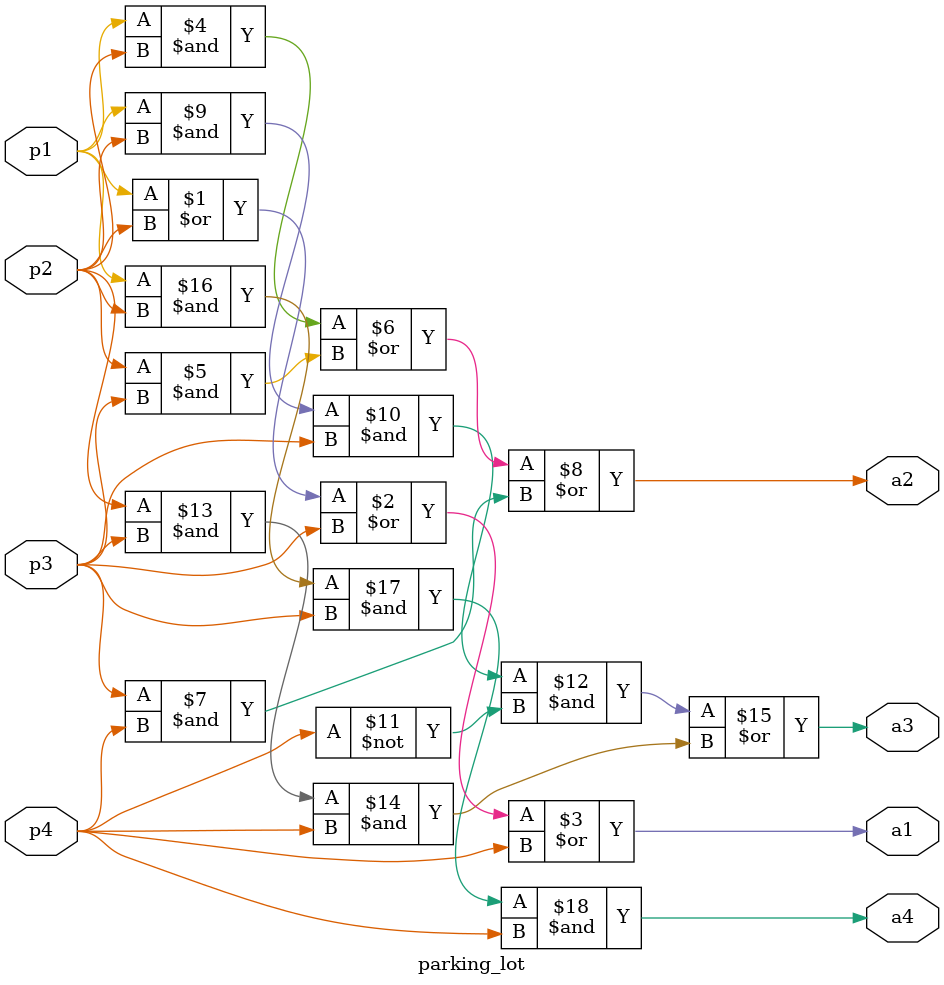
<source format=v>
module parking_lot(
        p1,
        p2,
        p3,
        p4,
        a1,
        a2,
        a3,
        a4
    );
    input p1;
    input p2;
    input p3;
    input p4;
    output a1;
    output a2;
    output a3;
    output a4;
    assign a1 = ( ( ( p1 | p2 ) | p3 ) | p4 );
    assign a2 = ( ( ( p1 & p2 ) | ( p2 & p3 ) ) | ( p3 & p4 ) );
    assign a3 = ( ( ( ( p1 & p2 ) & p3 ) &  ~( p4) ) | ( ( p2 & p3 ) & p4 ) );
    assign a4 = ( ( ( p1 & p2 ) & p3 ) & p4 );
endmodule 

</source>
